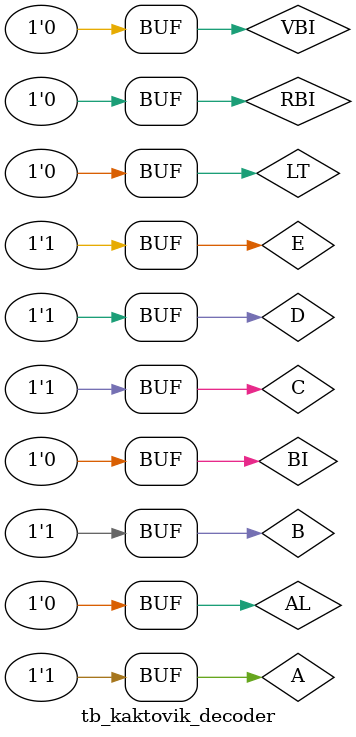
<source format=v>
module tb_kaktovik_decoder;

	wire RBO, V;
	wire Qa, Qb, Qc, Qd, Qe, Qf, Qg, Qh;

	reg RBI, BI, LT, AL, VBI;
	reg A, B, C, D, E;

	kaktovik_decoder kd(
		RBI, BI, LT, AL, VBI,
		A, B, C, D, E,
		RBO, V,
		Qa, Qb, Qc, Qd, Qe, Qf, Qg, Qh
	);

	initial begin
		RBI = 1; BI = 1; LT = 1; AL = 1; VBI = 1;

		A = 0; B = 0; C = 0; D = 0; E = 0; #100;
		if ((Qa == 0) && (Qb == 0) && (Qc == 1) && (Qd == 0) && (Qe == 0) && (Qf == 0) && (Qg == 0) && (Qh == 0) && (RBO == 1) && (V == 0)) $display("PASS 00"); else $display("FAIL 00");
		A = 1; B = 0; C = 0; D = 0; E = 0; #100;
		if ((Qa == 1) && (Qb == 0) && (Qc == 0) && (Qd == 0) && (Qe == 0) && (Qf == 0) && (Qg == 0) && (Qh == 0) && (RBO == 1) && (V == 0)) $display("PASS 01"); else $display("FAIL 01");
		A = 0; B = 1; C = 0; D = 0; E = 0; #100;
		if ((Qa == 1) && (Qb == 1) && (Qc == 1) && (Qd == 0) && (Qe == 0) && (Qf == 0) && (Qg == 0) && (Qh == 0) && (RBO == 1) && (V == 0)) $display("PASS 02"); else $display("FAIL 02");
		A = 1; B = 1; C = 0; D = 0; E = 0; #100;
		if ((Qa == 1) && (Qb == 1) && (Qc == 1) && (Qd == 1) && (Qe == 0) && (Qf == 0) && (Qg == 0) && (Qh == 0) && (RBO == 1) && (V == 0)) $display("PASS 03"); else $display("FAIL 03");
		A = 0; B = 0; C = 1; D = 0; E = 0; #100;
		if ((Qa == 1) && (Qb == 1) && (Qc == 1) && (Qd == 1) && (Qe == 1) && (Qf == 0) && (Qg == 0) && (Qh == 0) && (RBO == 1) && (V == 0)) $display("PASS 04"); else $display("FAIL 04");
		A = 1; B = 0; C = 1; D = 0; E = 0; #100;
		if ((Qa == 0) && (Qb == 0) && (Qc == 0) && (Qd == 0) && (Qe == 0) && (Qf == 1) && (Qg == 0) && (Qh == 0) && (RBO == 1) && (V == 0)) $display("PASS 05"); else $display("FAIL 05");
		A = 0; B = 1; C = 1; D = 0; E = 0; #100;
		if ((Qa == 1) && (Qb == 0) && (Qc == 0) && (Qd == 0) && (Qe == 0) && (Qf == 1) && (Qg == 0) && (Qh == 0) && (RBO == 1) && (V == 0)) $display("PASS 06"); else $display("FAIL 06");
		A = 1; B = 1; C = 1; D = 0; E = 0; #100;
		if ((Qa == 1) && (Qb == 1) && (Qc == 1) && (Qd == 0) && (Qe == 0) && (Qf == 1) && (Qg == 0) && (Qh == 0) && (RBO == 1) && (V == 0)) $display("PASS 07"); else $display("FAIL 07");
		A = 0; B = 0; C = 0; D = 1; E = 0; #100;
		if ((Qa == 1) && (Qb == 1) && (Qc == 1) && (Qd == 1) && (Qe == 0) && (Qf == 1) && (Qg == 0) && (Qh == 0) && (RBO == 1) && (V == 0)) $display("PASS 08"); else $display("FAIL 08");
		A = 1; B = 0; C = 0; D = 1; E = 0; #100;
		if ((Qa == 1) && (Qb == 1) && (Qc == 1) && (Qd == 1) && (Qe == 1) && (Qf == 1) && (Qg == 0) && (Qh == 0) && (RBO == 1) && (V == 0)) $display("PASS 09"); else $display("FAIL 09");
		A = 0; B = 1; C = 0; D = 1; E = 0; #100;
		if ((Qa == 0) && (Qb == 0) && (Qc == 0) && (Qd == 0) && (Qe == 0) && (Qf == 1) && (Qg == 1) && (Qh == 0) && (RBO == 1) && (V == 0)) $display("PASS 10"); else $display("FAIL 10");
		A = 1; B = 1; C = 0; D = 1; E = 0; #100;
		if ((Qa == 1) && (Qb == 0) && (Qc == 0) && (Qd == 0) && (Qe == 0) && (Qf == 1) && (Qg == 1) && (Qh == 0) && (RBO == 1) && (V == 0)) $display("PASS 11"); else $display("FAIL 11");
		A = 0; B = 0; C = 1; D = 1; E = 0; #100;
		if ((Qa == 1) && (Qb == 1) && (Qc == 1) && (Qd == 0) && (Qe == 0) && (Qf == 1) && (Qg == 1) && (Qh == 0) && (RBO == 1) && (V == 0)) $display("PASS 12"); else $display("FAIL 12");
		A = 1; B = 0; C = 1; D = 1; E = 0; #100;
		if ((Qa == 1) && (Qb == 1) && (Qc == 1) && (Qd == 1) && (Qe == 0) && (Qf == 1) && (Qg == 1) && (Qh == 0) && (RBO == 1) && (V == 0)) $display("PASS 13"); else $display("FAIL 13");
		A = 0; B = 1; C = 1; D = 1; E = 0; #100;
		if ((Qa == 1) && (Qb == 1) && (Qc == 1) && (Qd == 1) && (Qe == 1) && (Qf == 1) && (Qg == 1) && (Qh == 0) && (RBO == 1) && (V == 0)) $display("PASS 14"); else $display("FAIL 14");
		A = 1; B = 1; C = 1; D = 1; E = 0; #100;
		if ((Qa == 0) && (Qb == 0) && (Qc == 0) && (Qd == 0) && (Qe == 0) && (Qf == 1) && (Qg == 1) && (Qh == 1) && (RBO == 1) && (V == 0)) $display("PASS 15"); else $display("FAIL 15");
		A = 0; B = 0; C = 0; D = 0; E = 1; #100;
		if ((Qa == 1) && (Qb == 0) && (Qc == 0) && (Qd == 0) && (Qe == 0) && (Qf == 1) && (Qg == 1) && (Qh == 1) && (RBO == 1) && (V == 0)) $display("PASS 16"); else $display("FAIL 16");
		A = 1; B = 0; C = 0; D = 0; E = 1; #100;
		if ((Qa == 1) && (Qb == 1) && (Qc == 1) && (Qd == 0) && (Qe == 0) && (Qf == 1) && (Qg == 1) && (Qh == 1) && (RBO == 1) && (V == 0)) $display("PASS 17"); else $display("FAIL 17");
		A = 0; B = 1; C = 0; D = 0; E = 1; #100;
		if ((Qa == 1) && (Qb == 1) && (Qc == 1) && (Qd == 1) && (Qe == 0) && (Qf == 1) && (Qg == 1) && (Qh == 1) && (RBO == 1) && (V == 0)) $display("PASS 18"); else $display("FAIL 18");
		A = 1; B = 1; C = 0; D = 0; E = 1; #100;
		if ((Qa == 1) && (Qb == 1) && (Qc == 1) && (Qd == 1) && (Qe == 1) && (Qf == 1) && (Qg == 1) && (Qh == 1) && (RBO == 1) && (V == 0)) $display("PASS 19"); else $display("FAIL 19");
		A = 0; B = 0; C = 1; D = 0; E = 1; #100;
		if ((Qa == 0) && (Qb == 0) && (Qc == 0) && (Qd == 0) && (Qe == 0) && (Qf == 0) && (Qg == 1) && (Qh == 1) && (RBO == 1) && (V == 1)) $display("PASS V0"); else $display("FAIL V0");
		A = 1; B = 0; C = 1; D = 0; E = 1; #100;
		if ((Qa == 1) && (Qb == 0) && (Qc == 0) && (Qd == 0) && (Qe == 0) && (Qf == 0) && (Qg == 1) && (Qh == 1) && (RBO == 1) && (V == 1)) $display("PASS V1"); else $display("FAIL V1");
		A = 0; B = 1; C = 1; D = 0; E = 1; #100;
		if ((Qa == 1) && (Qb == 1) && (Qc == 1) && (Qd == 0) && (Qe == 0) && (Qf == 0) && (Qg == 1) && (Qh == 1) && (RBO == 1) && (V == 1)) $display("PASS V2"); else $display("FAIL V2");
		A = 1; B = 1; C = 1; D = 0; E = 1; #100;
		if ((Qa == 1) && (Qb == 1) && (Qc == 1) && (Qd == 1) && (Qe == 0) && (Qf == 0) && (Qg == 1) && (Qh == 1) && (RBO == 1) && (V == 1)) $display("PASS V3"); else $display("FAIL V3");
		A = 0; B = 0; C = 0; D = 1; E = 1; #100;
		if ((Qa == 1) && (Qb == 1) && (Qc == 1) && (Qd == 1) && (Qe == 1) && (Qf == 0) && (Qg == 1) && (Qh == 1) && (RBO == 1) && (V == 1)) $display("PASS V4"); else $display("FAIL V4");
		A = 1; B = 0; C = 0; D = 1; E = 1; #100;
		if ((Qa == 0) && (Qb == 0) && (Qc == 0) && (Qd == 0) && (Qe == 0) && (Qf == 1) && (Qg == 0) && (Qh == 1) && (RBO == 1) && (V == 1)) $display("PASS V5"); else $display("FAIL V5");
		A = 0; B = 1; C = 0; D = 1; E = 1; #100;
		if ((Qa == 1) && (Qb == 0) && (Qc == 0) && (Qd == 0) && (Qe == 0) && (Qf == 1) && (Qg == 0) && (Qh == 1) && (RBO == 1) && (V == 1)) $display("PASS V6"); else $display("FAIL V6");
		A = 1; B = 1; C = 0; D = 1; E = 1; #100;
		if ((Qa == 1) && (Qb == 1) && (Qc == 1) && (Qd == 0) && (Qe == 0) && (Qf == 1) && (Qg == 0) && (Qh == 1) && (RBO == 1) && (V == 1)) $display("PASS V7"); else $display("FAIL V7");
		A = 0; B = 0; C = 1; D = 1; E = 1; #100;
		if ((Qa == 1) && (Qb == 1) && (Qc == 1) && (Qd == 1) && (Qe == 0) && (Qf == 1) && (Qg == 0) && (Qh == 1) && (RBO == 1) && (V == 1)) $display("PASS V8"); else $display("FAIL V8");
		A = 1; B = 0; C = 1; D = 1; E = 1; #100;
		if ((Qa == 1) && (Qb == 1) && (Qc == 1) && (Qd == 1) && (Qe == 1) && (Qf == 1) && (Qg == 0) && (Qh == 1) && (RBO == 1) && (V == 1)) $display("PASS V9"); else $display("FAIL V9");
		A = 0; B = 1; C = 1; D = 1; E = 1; #100;
		if ((Qa == 1) && (Qb == 1) && (Qc == 1) && (Qd == 1) && (Qe == 1) && (Qf == 1) && (Qg == 1) && (Qh == 1) && (RBO == 1) && (V == 1)) $display("PASS VX"); else $display("FAIL VX");
		A = 1; B = 1; C = 1; D = 1; E = 1; #100;
		if ((Qa == 0) && (Qb == 0) && (Qc == 0) && (Qd == 0) && (Qe == 0) && (Qf == 0) && (Qg == 0) && (Qh == 0) && (RBO == 1) && (V == 1)) $display("PASS VY"); else $display("FAIL VY");

		RBI = 0;

		A = 0; B = 0; C = 0; D = 0; E = 0; #100;
		if ((Qa == 0) && (Qb == 0) && (Qc == 0) && (Qd == 0) && (Qe == 0) && (Qf == 0) && (Qg == 0) && (Qh == 0) && (RBO == 0) && (V == 0)) $display("PASS 00"); else $display("FAIL 00");
		A = 1; B = 0; C = 0; D = 0; E = 0; #100;
		if ((Qa == 1) && (Qb == 0) && (Qc == 0) && (Qd == 0) && (Qe == 0) && (Qf == 0) && (Qg == 0) && (Qh == 0) && (RBO == 1) && (V == 0)) $display("PASS 01"); else $display("FAIL 01");
		A = 0; B = 1; C = 0; D = 0; E = 0; #100;
		if ((Qa == 1) && (Qb == 1) && (Qc == 1) && (Qd == 0) && (Qe == 0) && (Qf == 0) && (Qg == 0) && (Qh == 0) && (RBO == 1) && (V == 0)) $display("PASS 02"); else $display("FAIL 02");
		A = 1; B = 1; C = 0; D = 0; E = 0; #100;
		if ((Qa == 1) && (Qb == 1) && (Qc == 1) && (Qd == 1) && (Qe == 0) && (Qf == 0) && (Qg == 0) && (Qh == 0) && (RBO == 1) && (V == 0)) $display("PASS 03"); else $display("FAIL 03");
		A = 0; B = 0; C = 1; D = 0; E = 0; #100;
		if ((Qa == 1) && (Qb == 1) && (Qc == 1) && (Qd == 1) && (Qe == 1) && (Qf == 0) && (Qg == 0) && (Qh == 0) && (RBO == 1) && (V == 0)) $display("PASS 04"); else $display("FAIL 04");
		A = 1; B = 0; C = 1; D = 0; E = 0; #100;
		if ((Qa == 0) && (Qb == 0) && (Qc == 0) && (Qd == 0) && (Qe == 0) && (Qf == 1) && (Qg == 0) && (Qh == 0) && (RBO == 1) && (V == 0)) $display("PASS 05"); else $display("FAIL 05");
		A = 0; B = 1; C = 1; D = 0; E = 0; #100;
		if ((Qa == 1) && (Qb == 0) && (Qc == 0) && (Qd == 0) && (Qe == 0) && (Qf == 1) && (Qg == 0) && (Qh == 0) && (RBO == 1) && (V == 0)) $display("PASS 06"); else $display("FAIL 06");
		A = 1; B = 1; C = 1; D = 0; E = 0; #100;
		if ((Qa == 1) && (Qb == 1) && (Qc == 1) && (Qd == 0) && (Qe == 0) && (Qf == 1) && (Qg == 0) && (Qh == 0) && (RBO == 1) && (V == 0)) $display("PASS 07"); else $display("FAIL 07");
		A = 0; B = 0; C = 0; D = 1; E = 0; #100;
		if ((Qa == 1) && (Qb == 1) && (Qc == 1) && (Qd == 1) && (Qe == 0) && (Qf == 1) && (Qg == 0) && (Qh == 0) && (RBO == 1) && (V == 0)) $display("PASS 08"); else $display("FAIL 08");
		A = 1; B = 0; C = 0; D = 1; E = 0; #100;
		if ((Qa == 1) && (Qb == 1) && (Qc == 1) && (Qd == 1) && (Qe == 1) && (Qf == 1) && (Qg == 0) && (Qh == 0) && (RBO == 1) && (V == 0)) $display("PASS 09"); else $display("FAIL 09");
		A = 0; B = 1; C = 0; D = 1; E = 0; #100;
		if ((Qa == 0) && (Qb == 0) && (Qc == 0) && (Qd == 0) && (Qe == 0) && (Qf == 1) && (Qg == 1) && (Qh == 0) && (RBO == 1) && (V == 0)) $display("PASS 10"); else $display("FAIL 10");
		A = 1; B = 1; C = 0; D = 1; E = 0; #100;
		if ((Qa == 1) && (Qb == 0) && (Qc == 0) && (Qd == 0) && (Qe == 0) && (Qf == 1) && (Qg == 1) && (Qh == 0) && (RBO == 1) && (V == 0)) $display("PASS 11"); else $display("FAIL 11");
		A = 0; B = 0; C = 1; D = 1; E = 0; #100;
		if ((Qa == 1) && (Qb == 1) && (Qc == 1) && (Qd == 0) && (Qe == 0) && (Qf == 1) && (Qg == 1) && (Qh == 0) && (RBO == 1) && (V == 0)) $display("PASS 12"); else $display("FAIL 12");
		A = 1; B = 0; C = 1; D = 1; E = 0; #100;
		if ((Qa == 1) && (Qb == 1) && (Qc == 1) && (Qd == 1) && (Qe == 0) && (Qf == 1) && (Qg == 1) && (Qh == 0) && (RBO == 1) && (V == 0)) $display("PASS 13"); else $display("FAIL 13");
		A = 0; B = 1; C = 1; D = 1; E = 0; #100;
		if ((Qa == 1) && (Qb == 1) && (Qc == 1) && (Qd == 1) && (Qe == 1) && (Qf == 1) && (Qg == 1) && (Qh == 0) && (RBO == 1) && (V == 0)) $display("PASS 14"); else $display("FAIL 14");
		A = 1; B = 1; C = 1; D = 1; E = 0; #100;
		if ((Qa == 0) && (Qb == 0) && (Qc == 0) && (Qd == 0) && (Qe == 0) && (Qf == 1) && (Qg == 1) && (Qh == 1) && (RBO == 1) && (V == 0)) $display("PASS 15"); else $display("FAIL 15");
		A = 0; B = 0; C = 0; D = 0; E = 1; #100;
		if ((Qa == 1) && (Qb == 0) && (Qc == 0) && (Qd == 0) && (Qe == 0) && (Qf == 1) && (Qg == 1) && (Qh == 1) && (RBO == 1) && (V == 0)) $display("PASS 16"); else $display("FAIL 16");
		A = 1; B = 0; C = 0; D = 0; E = 1; #100;
		if ((Qa == 1) && (Qb == 1) && (Qc == 1) && (Qd == 0) && (Qe == 0) && (Qf == 1) && (Qg == 1) && (Qh == 1) && (RBO == 1) && (V == 0)) $display("PASS 17"); else $display("FAIL 17");
		A = 0; B = 1; C = 0; D = 0; E = 1; #100;
		if ((Qa == 1) && (Qb == 1) && (Qc == 1) && (Qd == 1) && (Qe == 0) && (Qf == 1) && (Qg == 1) && (Qh == 1) && (RBO == 1) && (V == 0)) $display("PASS 18"); else $display("FAIL 18");
		A = 1; B = 1; C = 0; D = 0; E = 1; #100;
		if ((Qa == 1) && (Qb == 1) && (Qc == 1) && (Qd == 1) && (Qe == 1) && (Qf == 1) && (Qg == 1) && (Qh == 1) && (RBO == 1) && (V == 0)) $display("PASS 19"); else $display("FAIL 19");
		A = 0; B = 0; C = 1; D = 0; E = 1; #100;
		if ((Qa == 0) && (Qb == 0) && (Qc == 0) && (Qd == 0) && (Qe == 0) && (Qf == 0) && (Qg == 1) && (Qh == 1) && (RBO == 1) && (V == 1)) $display("PASS V0"); else $display("FAIL V0");
		A = 1; B = 0; C = 1; D = 0; E = 1; #100;
		if ((Qa == 1) && (Qb == 0) && (Qc == 0) && (Qd == 0) && (Qe == 0) && (Qf == 0) && (Qg == 1) && (Qh == 1) && (RBO == 1) && (V == 1)) $display("PASS V1"); else $display("FAIL V1");
		A = 0; B = 1; C = 1; D = 0; E = 1; #100;
		if ((Qa == 1) && (Qb == 1) && (Qc == 1) && (Qd == 0) && (Qe == 0) && (Qf == 0) && (Qg == 1) && (Qh == 1) && (RBO == 1) && (V == 1)) $display("PASS V2"); else $display("FAIL V2");
		A = 1; B = 1; C = 1; D = 0; E = 1; #100;
		if ((Qa == 1) && (Qb == 1) && (Qc == 1) && (Qd == 1) && (Qe == 0) && (Qf == 0) && (Qg == 1) && (Qh == 1) && (RBO == 1) && (V == 1)) $display("PASS V3"); else $display("FAIL V3");
		A = 0; B = 0; C = 0; D = 1; E = 1; #100;
		if ((Qa == 1) && (Qb == 1) && (Qc == 1) && (Qd == 1) && (Qe == 1) && (Qf == 0) && (Qg == 1) && (Qh == 1) && (RBO == 1) && (V == 1)) $display("PASS V4"); else $display("FAIL V4");
		A = 1; B = 0; C = 0; D = 1; E = 1; #100;
		if ((Qa == 0) && (Qb == 0) && (Qc == 0) && (Qd == 0) && (Qe == 0) && (Qf == 1) && (Qg == 0) && (Qh == 1) && (RBO == 1) && (V == 1)) $display("PASS V5"); else $display("FAIL V5");
		A = 0; B = 1; C = 0; D = 1; E = 1; #100;
		if ((Qa == 1) && (Qb == 0) && (Qc == 0) && (Qd == 0) && (Qe == 0) && (Qf == 1) && (Qg == 0) && (Qh == 1) && (RBO == 1) && (V == 1)) $display("PASS V6"); else $display("FAIL V6");
		A = 1; B = 1; C = 0; D = 1; E = 1; #100;
		if ((Qa == 1) && (Qb == 1) && (Qc == 1) && (Qd == 0) && (Qe == 0) && (Qf == 1) && (Qg == 0) && (Qh == 1) && (RBO == 1) && (V == 1)) $display("PASS V7"); else $display("FAIL V7");
		A = 0; B = 0; C = 1; D = 1; E = 1; #100;
		if ((Qa == 1) && (Qb == 1) && (Qc == 1) && (Qd == 1) && (Qe == 0) && (Qf == 1) && (Qg == 0) && (Qh == 1) && (RBO == 1) && (V == 1)) $display("PASS V8"); else $display("FAIL V8");
		A = 1; B = 0; C = 1; D = 1; E = 1; #100;
		if ((Qa == 1) && (Qb == 1) && (Qc == 1) && (Qd == 1) && (Qe == 1) && (Qf == 1) && (Qg == 0) && (Qh == 1) && (RBO == 1) && (V == 1)) $display("PASS V9"); else $display("FAIL V9");
		A = 0; B = 1; C = 1; D = 1; E = 1; #100;
		if ((Qa == 1) && (Qb == 1) && (Qc == 1) && (Qd == 1) && (Qe == 1) && (Qf == 1) && (Qg == 1) && (Qh == 1) && (RBO == 1) && (V == 1)) $display("PASS VX"); else $display("FAIL VX");
		A = 1; B = 1; C = 1; D = 1; E = 1; #100;
		if ((Qa == 0) && (Qb == 0) && (Qc == 0) && (Qd == 0) && (Qe == 0) && (Qf == 0) && (Qg == 0) && (Qh == 0) && (RBO == 1) && (V == 1)) $display("PASS VY"); else $display("FAIL VY");

		VBI = 0;

		A = 0; B = 0; C = 0; D = 0; E = 0; #100;
		if ((Qa == 0) && (Qb == 0) && (Qc == 0) && (Qd == 0) && (Qe == 0) && (Qf == 0) && (Qg == 0) && (Qh == 0) && (RBO == 0) && (V == 0)) $display("PASS 00"); else $display("FAIL 00");
		A = 1; B = 0; C = 0; D = 0; E = 0; #100;
		if ((Qa == 1) && (Qb == 0) && (Qc == 0) && (Qd == 0) && (Qe == 0) && (Qf == 0) && (Qg == 0) && (Qh == 0) && (RBO == 1) && (V == 0)) $display("PASS 01"); else $display("FAIL 01");
		A = 0; B = 1; C = 0; D = 0; E = 0; #100;
		if ((Qa == 1) && (Qb == 1) && (Qc == 1) && (Qd == 0) && (Qe == 0) && (Qf == 0) && (Qg == 0) && (Qh == 0) && (RBO == 1) && (V == 0)) $display("PASS 02"); else $display("FAIL 02");
		A = 1; B = 1; C = 0; D = 0; E = 0; #100;
		if ((Qa == 1) && (Qb == 1) && (Qc == 1) && (Qd == 1) && (Qe == 0) && (Qf == 0) && (Qg == 0) && (Qh == 0) && (RBO == 1) && (V == 0)) $display("PASS 03"); else $display("FAIL 03");
		A = 0; B = 0; C = 1; D = 0; E = 0; #100;
		if ((Qa == 1) && (Qb == 1) && (Qc == 1) && (Qd == 1) && (Qe == 1) && (Qf == 0) && (Qg == 0) && (Qh == 0) && (RBO == 1) && (V == 0)) $display("PASS 04"); else $display("FAIL 04");
		A = 1; B = 0; C = 1; D = 0; E = 0; #100;
		if ((Qa == 0) && (Qb == 0) && (Qc == 0) && (Qd == 0) && (Qe == 0) && (Qf == 1) && (Qg == 0) && (Qh == 0) && (RBO == 1) && (V == 0)) $display("PASS 05"); else $display("FAIL 05");
		A = 0; B = 1; C = 1; D = 0; E = 0; #100;
		if ((Qa == 1) && (Qb == 0) && (Qc == 0) && (Qd == 0) && (Qe == 0) && (Qf == 1) && (Qg == 0) && (Qh == 0) && (RBO == 1) && (V == 0)) $display("PASS 06"); else $display("FAIL 06");
		A = 1; B = 1; C = 1; D = 0; E = 0; #100;
		if ((Qa == 1) && (Qb == 1) && (Qc == 1) && (Qd == 0) && (Qe == 0) && (Qf == 1) && (Qg == 0) && (Qh == 0) && (RBO == 1) && (V == 0)) $display("PASS 07"); else $display("FAIL 07");
		A = 0; B = 0; C = 0; D = 1; E = 0; #100;
		if ((Qa == 1) && (Qb == 1) && (Qc == 1) && (Qd == 1) && (Qe == 0) && (Qf == 1) && (Qg == 0) && (Qh == 0) && (RBO == 1) && (V == 0)) $display("PASS 08"); else $display("FAIL 08");
		A = 1; B = 0; C = 0; D = 1; E = 0; #100;
		if ((Qa == 1) && (Qb == 1) && (Qc == 1) && (Qd == 1) && (Qe == 1) && (Qf == 1) && (Qg == 0) && (Qh == 0) && (RBO == 1) && (V == 0)) $display("PASS 09"); else $display("FAIL 09");
		A = 0; B = 1; C = 0; D = 1; E = 0; #100;
		if ((Qa == 0) && (Qb == 0) && (Qc == 0) && (Qd == 0) && (Qe == 0) && (Qf == 1) && (Qg == 1) && (Qh == 0) && (RBO == 1) && (V == 0)) $display("PASS 10"); else $display("FAIL 10");
		A = 1; B = 1; C = 0; D = 1; E = 0; #100;
		if ((Qa == 1) && (Qb == 0) && (Qc == 0) && (Qd == 0) && (Qe == 0) && (Qf == 1) && (Qg == 1) && (Qh == 0) && (RBO == 1) && (V == 0)) $display("PASS 11"); else $display("FAIL 11");
		A = 0; B = 0; C = 1; D = 1; E = 0; #100;
		if ((Qa == 1) && (Qb == 1) && (Qc == 1) && (Qd == 0) && (Qe == 0) && (Qf == 1) && (Qg == 1) && (Qh == 0) && (RBO == 1) && (V == 0)) $display("PASS 12"); else $display("FAIL 12");
		A = 1; B = 0; C = 1; D = 1; E = 0; #100;
		if ((Qa == 1) && (Qb == 1) && (Qc == 1) && (Qd == 1) && (Qe == 0) && (Qf == 1) && (Qg == 1) && (Qh == 0) && (RBO == 1) && (V == 0)) $display("PASS 13"); else $display("FAIL 13");
		A = 0; B = 1; C = 1; D = 1; E = 0; #100;
		if ((Qa == 1) && (Qb == 1) && (Qc == 1) && (Qd == 1) && (Qe == 1) && (Qf == 1) && (Qg == 1) && (Qh == 0) && (RBO == 1) && (V == 0)) $display("PASS 14"); else $display("FAIL 14");
		A = 1; B = 1; C = 1; D = 1; E = 0; #100;
		if ((Qa == 0) && (Qb == 0) && (Qc == 0) && (Qd == 0) && (Qe == 0) && (Qf == 1) && (Qg == 1) && (Qh == 1) && (RBO == 1) && (V == 0)) $display("PASS 15"); else $display("FAIL 15");
		A = 0; B = 0; C = 0; D = 0; E = 1; #100;
		if ((Qa == 1) && (Qb == 0) && (Qc == 0) && (Qd == 0) && (Qe == 0) && (Qf == 1) && (Qg == 1) && (Qh == 1) && (RBO == 1) && (V == 0)) $display("PASS 16"); else $display("FAIL 16");
		A = 1; B = 0; C = 0; D = 0; E = 1; #100;
		if ((Qa == 1) && (Qb == 1) && (Qc == 1) && (Qd == 0) && (Qe == 0) && (Qf == 1) && (Qg == 1) && (Qh == 1) && (RBO == 1) && (V == 0)) $display("PASS 17"); else $display("FAIL 17");
		A = 0; B = 1; C = 0; D = 0; E = 1; #100;
		if ((Qa == 1) && (Qb == 1) && (Qc == 1) && (Qd == 1) && (Qe == 0) && (Qf == 1) && (Qg == 1) && (Qh == 1) && (RBO == 1) && (V == 0)) $display("PASS 18"); else $display("FAIL 18");
		A = 1; B = 1; C = 0; D = 0; E = 1; #100;
		if ((Qa == 1) && (Qb == 1) && (Qc == 1) && (Qd == 1) && (Qe == 1) && (Qf == 1) && (Qg == 1) && (Qh == 1) && (RBO == 1) && (V == 0)) $display("PASS 19"); else $display("FAIL 19");
		A = 0; B = 0; C = 1; D = 0; E = 1; #100;
		if ((Qa == 0) && (Qb == 0) && (Qc == 0) && (Qd == 0) && (Qe == 0) && (Qf == 0) && (Qg == 0) && (Qh == 0) && (RBO == 1) && (V == 1)) $display("PASS V0"); else $display("FAIL V0");
		A = 1; B = 0; C = 1; D = 0; E = 1; #100;
		if ((Qa == 0) && (Qb == 0) && (Qc == 0) && (Qd == 0) && (Qe == 0) && (Qf == 0) && (Qg == 0) && (Qh == 0) && (RBO == 1) && (V == 1)) $display("PASS V1"); else $display("FAIL V1");
		A = 0; B = 1; C = 1; D = 0; E = 1; #100;
		if ((Qa == 0) && (Qb == 0) && (Qc == 0) && (Qd == 0) && (Qe == 0) && (Qf == 0) && (Qg == 0) && (Qh == 0) && (RBO == 1) && (V == 1)) $display("PASS V2"); else $display("FAIL V2");
		A = 1; B = 1; C = 1; D = 0; E = 1; #100;
		if ((Qa == 0) && (Qb == 0) && (Qc == 0) && (Qd == 0) && (Qe == 0) && (Qf == 0) && (Qg == 0) && (Qh == 0) && (RBO == 1) && (V == 1)) $display("PASS V3"); else $display("FAIL V3");
		A = 0; B = 0; C = 0; D = 1; E = 1; #100;
		if ((Qa == 0) && (Qb == 0) && (Qc == 0) && (Qd == 0) && (Qe == 0) && (Qf == 0) && (Qg == 0) && (Qh == 0) && (RBO == 1) && (V == 1)) $display("PASS V4"); else $display("FAIL V4");
		A = 1; B = 0; C = 0; D = 1; E = 1; #100;
		if ((Qa == 0) && (Qb == 0) && (Qc == 0) && (Qd == 0) && (Qe == 0) && (Qf == 0) && (Qg == 0) && (Qh == 0) && (RBO == 1) && (V == 1)) $display("PASS V5"); else $display("FAIL V5");
		A = 0; B = 1; C = 0; D = 1; E = 1; #100;
		if ((Qa == 0) && (Qb == 0) && (Qc == 0) && (Qd == 0) && (Qe == 0) && (Qf == 0) && (Qg == 0) && (Qh == 0) && (RBO == 1) && (V == 1)) $display("PASS V6"); else $display("FAIL V6");
		A = 1; B = 1; C = 0; D = 1; E = 1; #100;
		if ((Qa == 0) && (Qb == 0) && (Qc == 0) && (Qd == 0) && (Qe == 0) && (Qf == 0) && (Qg == 0) && (Qh == 0) && (RBO == 1) && (V == 1)) $display("PASS V7"); else $display("FAIL V7");
		A = 0; B = 0; C = 1; D = 1; E = 1; #100;
		if ((Qa == 0) && (Qb == 0) && (Qc == 0) && (Qd == 0) && (Qe == 0) && (Qf == 0) && (Qg == 0) && (Qh == 0) && (RBO == 1) && (V == 1)) $display("PASS V8"); else $display("FAIL V8");
		A = 1; B = 0; C = 1; D = 1; E = 1; #100;
		if ((Qa == 0) && (Qb == 0) && (Qc == 0) && (Qd == 0) && (Qe == 0) && (Qf == 0) && (Qg == 0) && (Qh == 0) && (RBO == 1) && (V == 1)) $display("PASS V9"); else $display("FAIL V9");
		A = 0; B = 1; C = 1; D = 1; E = 1; #100;
		if ((Qa == 0) && (Qb == 0) && (Qc == 0) && (Qd == 0) && (Qe == 0) && (Qf == 0) && (Qg == 0) && (Qh == 0) && (RBO == 1) && (V == 1)) $display("PASS VX"); else $display("FAIL VX");
		A = 1; B = 1; C = 1; D = 1; E = 1; #100;
		if ((Qa == 0) && (Qb == 0) && (Qc == 0) && (Qd == 0) && (Qe == 0) && (Qf == 0) && (Qg == 0) && (Qh == 0) && (RBO == 1) && (V == 1)) $display("PASS VY"); else $display("FAIL VY");

		LT = 0; #100;
		if ((Qa == 1) && (Qb == 1) && (Qc == 1) && (Qd == 1) && (Qe == 1) && (Qf == 1) && (Qg == 1) && (Qh == 1) && (RBO == 1) && (V == 1)) $display("PASS LT"); else $display("FAIL LT");

		AL = 0; #100;
		if ((Qa == 0) && (Qb == 0) && (Qc == 0) && (Qd == 0) && (Qe == 0) && (Qf == 0) && (Qg == 0) && (Qh == 0) && (RBO == 1) && (V == 1)) $display("PASS AL"); else $display("FAIL AL");

		BI = 0; #100;
		if ((Qa == 1) && (Qb == 1) && (Qc == 1) && (Qd == 1) && (Qe == 1) && (Qf == 1) && (Qg == 1) && (Qh == 1) && (RBO == 0) && (V == 1)) $display("PASS BI"); else $display("FAIL BI");
	end

	initial begin
		$dumpfile("dump.vcd");
		$dumpvars;
	end

endmodule

</source>
